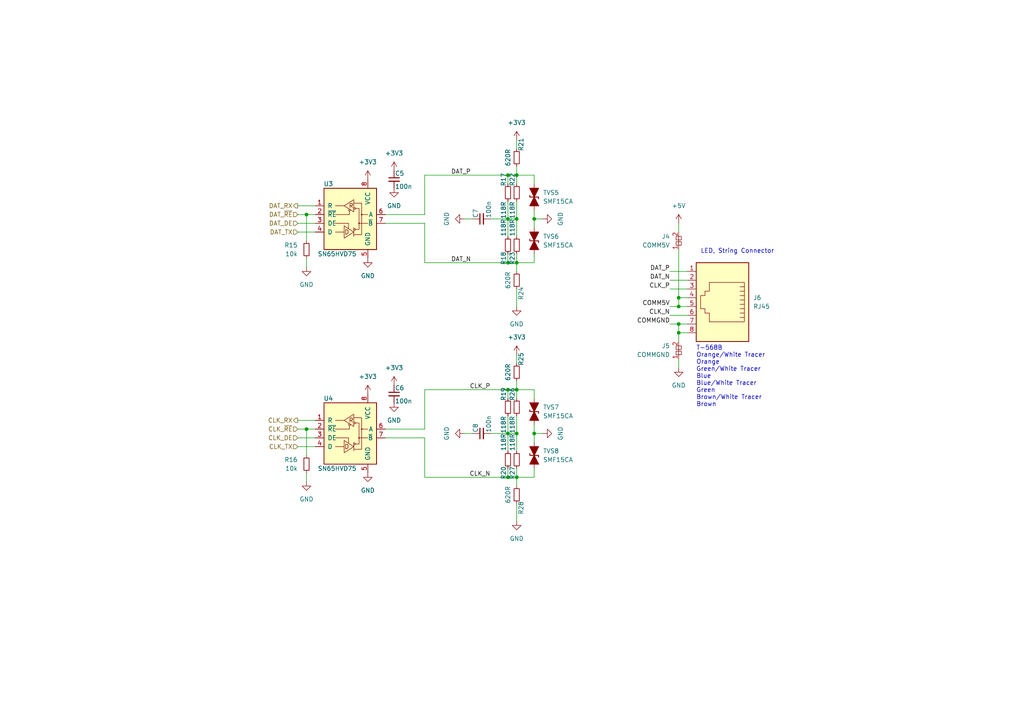
<source format=kicad_sch>
(kicad_sch (version 20210621) (generator eeschema)
  (paper "A4")
  (lib_symbols
    (symbol "Connector:RJ45" (pin_names (offset 1.016))
      (property "Reference" "J" (at -5.08 13.97 0))
      (property "Value" "RJ45" (at 2.54 13.97 0))
      (symbol "RJ45_0_1"
        (rectangle (start 7.62 12.7) (end -7.62 -10.16) (stroke (width 0.254)) (fill (type background)))
        (polyline (pts (xy -5.08 4.445) (xy -6.35 4.445)))
        (polyline (pts (xy -5.08 5.715) (xy -6.35 5.715)))
        (polyline (pts (xy -6.35 -3.175) (xy -5.08 -3.175) (xy -5.08 -3.175)))
        (polyline (pts (xy -6.35 -1.905) (xy -5.08 -1.905) (xy -5.08 -1.905)))
        (polyline (pts (xy -6.35 -0.635) (xy -5.08 -0.635) (xy -5.08 -0.635)))
        (polyline (pts (xy -6.35 0.635) (xy -5.08 0.635) (xy -5.08 0.635)))
        (polyline (pts (xy -6.35 1.905) (xy -5.08 1.905) (xy -5.08 1.905)))
        (polyline (pts (xy -5.08 3.175) (xy -6.35 3.175) (xy -6.35 3.175)))
        (polyline (pts (xy -6.35 -4.445) (xy -6.35 6.985) (xy 3.81 6.985) (xy 3.81 4.445) (xy 5.08 4.445) (xy 5.08 3.175) (xy 6.35 3.175) (xy 6.35 -0.635) (xy 5.08 -0.635) (xy 5.08 -1.905) (xy 3.81 -1.905) (xy 3.81 -4.445) (xy -6.35 -4.445) (xy -6.35 -4.445)))
      )
      (symbol "RJ45_1_1"
        (pin passive line (at 10.16 -7.62 180) (length 2.54) (name "~") (number "1"))
        (pin passive line (at 10.16 -5.08 180) (length 2.54) (name "~") (number "2"))
        (pin passive line (at 10.16 -2.54 180) (length 2.54) (name "~") (number "3"))
        (pin passive line (at 10.16 0 180) (length 2.54) (name "~") (number "4"))
        (pin passive line (at 10.16 2.54 180) (length 2.54) (name "~") (number "5"))
        (pin passive line (at 10.16 5.08 180) (length 2.54) (name "~") (number "6"))
        (pin passive line (at 10.16 7.62 180) (length 2.54) (name "~") (number "7"))
        (pin passive line (at 10.16 10.16 180) (length 2.54) (name "~") (number "8"))
      )
    )
    (symbol "Device:D_TVS_Filled" (pin_numbers hide) (pin_names (offset 1.016) hide)
      (property "Reference" "D" (at 0 2.54 0))
      (property "Value" "D_TVS_Filled" (at 0 -2.54 0))
      (symbol "D_TVS_Filled_0_1"
        (polyline (pts (xy 1.27 0) (xy -1.27 0)))
        (polyline (pts (xy 0.508 1.27) (xy 0 1.27) (xy 0 -1.27) (xy -0.508 -1.27)) (stroke (width 0.254)))
        (polyline (pts (xy -2.54 -1.27) (xy 0 0) (xy -2.54 1.27) (xy -2.54 -1.27)) (stroke (width 0.254)) (fill (type outline)))
        (polyline (pts (xy 2.54 1.27) (xy 2.54 -1.27) (xy 0 0) (xy 2.54 1.27)) (stroke (width 0.254)) (fill (type outline)))
      )
      (symbol "D_TVS_Filled_1_1"
        (pin passive line (at -3.81 0 0) (length 2.54) (name "A1") (number "1"))
        (pin passive line (at 3.81 0 180) (length 2.54) (name "A2") (number "2"))
      )
    )
    (symbol "SN65HVD75_1" (pin_names (offset 1.016))
      (property "Reference" "U" (at -6.35 -8.89 0))
      (property "Value" "SN65HVD75_1" (at -2.54 11.43 0))
      (symbol "SN65HVD75_1_1_1"
        (circle (center -0.254 3.81) (radius 0.254) (stroke (width 0.15)))
        (circle (center 1.27 -1.778) (radius 0.254) (stroke (width 0.15)))
        (circle (center 1.27 4.318) (radius 0.254) (stroke (width 0.15)))
        (circle (center 2.54 0) (radius 0.1524) (stroke (width 0.15)))
        (circle (center 3.302 2.54) (radius 0.1524) (stroke (width 0.15)))
        (text "D" (at -1.016 -2.54 0) (effects (font (size 1.27 1.27))))
        (text "R" (at 0.254 5.08 0) (effects (font (size 1.27 1.27))))
        (rectangle (start -7.62 10.16) (end 7.62 -7.62) (stroke (width 0.254)) (fill (type background)))
        (polyline (pts (xy 1.016 -1.27) (xy 1.016 -3.81)) (stroke (width 0.15)))
        (polyline (pts (xy 1.016 -3.302) (xy 3.302 -3.302) (xy 3.302 2.54)) (stroke (width 0.15)))
        (polyline (pts (xy 1.524 -1.778) (xy 2.54 -1.778) (xy 2.54 0)) (stroke (width 0.15)))
        (polyline (pts (xy -4.318 -2.54) (xy -3.048 -2.54) (xy -2.54 -2.54) (xy -1.778 -2.54)) (stroke (width 0.1524)))
        (polyline (pts (xy -4.318 2.54) (xy -3.048 2.54) (xy -0.254 2.54) (xy -0.254 3.556)) (stroke (width 0.1524)))
        (polyline (pts (xy -4.318 5.08) (xy -3.048 5.08) (xy -2.54 5.08) (xy -1.778 5.08)) (stroke (width 0.1524)))
        (polyline (pts (xy -1.778 -0.762) (xy 1.016 -2.54) (xy -1.778 -4.318) (xy -1.778 -0.762)) (stroke (width 0.15)))
        (polyline (pts (xy 1.016 6.858) (xy -1.778 5.08) (xy 1.016 3.302) (xy 1.016 6.858)) (stroke (width 0.15)))
        (polyline (pts (xy 5.08 0) (xy 2.54 0) (xy 2.54 4.318) (xy 1.524 4.318)) (stroke (width 0.15)))
        (polyline (pts (xy 5.08 2.54) (xy 3.302 2.54) (xy 3.302 5.842) (xy 1.016 5.842)) (stroke (width 0.15)))
        (polyline (pts (xy -4.318 0) (xy -3.048 0) (xy -2.54 0) (xy -0.508 0) (xy -0.508 -1.524)) (stroke (width 0.1524)))
        (pin output line (at -10.16 5.08 0) (length 2.54) (name "R") (number "1"))
        (pin input line (at -10.16 2.54 0) (length 2.54) (name "~{RE}") (number "2"))
        (pin input line (at -10.16 0 0) (length 2.54) (name "DE") (number "3"))
        (pin input line (at -10.16 -2.54 0) (length 2.54) (name "D") (number "4"))
        (pin power_in line (at 5.08 -10.16 90) (length 2.54) (name "GND") (number "5"))
        (pin input line (at 10.16 2.54 180) (length 2.54) (name "A") (number "6"))
        (pin input line (at 10.16 0 180) (length 2.54) (name "~{B}") (number "7"))
        (pin power_in line (at 5.08 12.7 270) (length 2.54) (name "VCC") (number "8"))
      )
    )
    (symbol "pkl_device:pkl_C_Small" (pin_numbers hide) (pin_names (offset 0.254) hide)
      (property "Reference" "C" (at 0.254 1.778 0))
      (property "Value" "pkl_C_Small" (at 0.254 -2.032 0))
      (symbol "pkl_C_Small_0_1"
        (polyline (pts (xy -1.524 -0.508) (xy 1.524 -0.508)) (stroke (width 0.3302)))
        (polyline (pts (xy -1.524 0.508) (xy 1.524 0.508)) (stroke (width 0.3048)))
      )
      (symbol "pkl_C_Small_1_1"
        (pin passive line (at 0 2.54 270) (length 1.905) (name "~") (number "1"))
        (pin passive line (at 0 -2.54 90) (length 2.032) (name "~") (number "2"))
      )
    )
    (symbol "pkl_device:pkl_R_Small" (pin_numbers hide) (pin_names (offset 0.254) hide)
      (property "Reference" "R" (at 0.762 0.508 0))
      (property "Value" "pkl_R_Small" (at 0.762 -1.016 0))
      (symbol "pkl_R_Small_0_1"
        (rectangle (start -0.762 1.778) (end 0.762 -1.778) (stroke (width 0.2032)))
      )
      (symbol "pkl_R_Small_1_1"
        (pin passive line (at 0 2.54 270) (length 0.762) (name "~") (number "1"))
        (pin passive line (at 0 -2.54 90) (length 0.762) (name "~") (number "2"))
      )
    )
    (symbol "pkl_misc:pkl_jumper_nc" (pin_names (offset 1.016))
      (property "Reference" "J" (at 0 -2.54 0))
      (property "Value" "pkl_jumper_nc" (at 0 3.81 0))
      (symbol "pkl_jumper_nc_0_1"
        (polyline (pts (xy -1.27 0) (xy 1.27 0)))
      )
      (symbol "pkl_jumper_nc_1_1"
        (rectangle (start -1.27 0.762) (end -0.254 -0.762))
        (rectangle (start 0.254 0.762) (end 1.27 -0.762))
        (pin passive line (at -2.54 0 0) (length 1.27) (name "~") (number "1"))
        (pin passive line (at 2.54 0 180) (length 1.27) (name "~") (number "2"))
      )
    )
    (symbol "pkl_texas:SN65HVD75" (pin_names (offset 1.016))
      (property "Reference" "U" (at -6.35 -8.89 0))
      (property "Value" "SN65HVD75" (at -2.54 11.43 0))
      (symbol "SN65HVD75_1_1"
        (circle (center -0.254 3.81) (radius 0.254) (stroke (width 0.15)))
        (circle (center 1.27 -1.778) (radius 0.254) (stroke (width 0.15)))
        (circle (center 1.27 4.318) (radius 0.254) (stroke (width 0.15)))
        (circle (center 2.54 0) (radius 0.1524) (stroke (width 0.15)))
        (circle (center 3.302 2.54) (radius 0.1524) (stroke (width 0.15)))
        (text "D" (at -1.016 -2.54 0) (effects (font (size 1.27 1.27))))
        (text "R" (at 0.254 5.08 0) (effects (font (size 1.27 1.27))))
        (rectangle (start -7.62 10.16) (end 7.62 -7.62) (stroke (width 0.254)) (fill (type background)))
        (polyline (pts (xy 1.016 -1.27) (xy 1.016 -3.81)) (stroke (width 0.15)))
        (polyline (pts (xy 1.016 -3.302) (xy 3.302 -3.302) (xy 3.302 2.54)) (stroke (width 0.15)))
        (polyline (pts (xy 1.524 -1.778) (xy 2.54 -1.778) (xy 2.54 0)) (stroke (width 0.15)))
        (polyline (pts (xy -4.318 -2.54) (xy -3.048 -2.54) (xy -2.54 -2.54) (xy -1.778 -2.54)) (stroke (width 0.1524)))
        (polyline (pts (xy -4.318 2.54) (xy -3.048 2.54) (xy -0.254 2.54) (xy -0.254 3.556)) (stroke (width 0.1524)))
        (polyline (pts (xy -4.318 5.08) (xy -3.048 5.08) (xy -2.54 5.08) (xy -1.778 5.08)) (stroke (width 0.1524)))
        (polyline (pts (xy -1.778 -0.762) (xy 1.016 -2.54) (xy -1.778 -4.318) (xy -1.778 -0.762)) (stroke (width 0.15)))
        (polyline (pts (xy 1.016 6.858) (xy -1.778 5.08) (xy 1.016 3.302) (xy 1.016 6.858)) (stroke (width 0.15)))
        (polyline (pts (xy 5.08 0) (xy 2.54 0) (xy 2.54 4.318) (xy 1.524 4.318)) (stroke (width 0.15)))
        (polyline (pts (xy 5.08 2.54) (xy 3.302 2.54) (xy 3.302 5.842) (xy 1.016 5.842)) (stroke (width 0.15)))
        (polyline (pts (xy -4.318 0) (xy -3.048 0) (xy -2.54 0) (xy -0.508 0) (xy -0.508 -1.524)) (stroke (width 0.1524)))
        (pin output line (at -10.16 5.08 0) (length 2.54) (name "R") (number "1"))
        (pin input line (at -10.16 2.54 0) (length 2.54) (name "~{RE}") (number "2"))
        (pin input line (at -10.16 0 0) (length 2.54) (name "DE") (number "3"))
        (pin input line (at -10.16 -2.54 0) (length 2.54) (name "D") (number "4"))
        (pin power_in line (at 5.08 -10.16 90) (length 2.54) (name "GND") (number "5"))
        (pin input line (at 10.16 2.54 180) (length 2.54) (name "A") (number "6"))
        (pin input line (at 10.16 0 180) (length 2.54) (name "~{B}") (number "7"))
        (pin power_in line (at 5.08 12.7 270) (length 2.54) (name "VCC") (number "8"))
      )
    )
    (symbol "power:+3V3" (power) (pin_names (offset 0))
      (property "Value" "+3V3" (at 0 3.556 0))
      (symbol "+3V3_0_1"
        (polyline (pts (xy -0.762 1.27) (xy 0 2.54)))
        (polyline (pts (xy 0 0) (xy 0 2.54)))
        (polyline (pts (xy 0 2.54) (xy 0.762 1.27)))
      )
      (symbol "+3V3_1_1"
        (pin power_in line (at 0 0 90) (length 0) hide (name "+3V3") (number "1"))
      )
    )
    (symbol "power:+5V" (power) (pin_names (offset 0))
      (property "Value" "+5V" (at 0 3.556 0))
      (symbol "+5V_0_1"
        (polyline (pts (xy -0.762 1.27) (xy 0 2.54)))
        (polyline (pts (xy 0 0) (xy 0 2.54)))
        (polyline (pts (xy 0 2.54) (xy 0.762 1.27)))
      )
      (symbol "+5V_1_1"
        (pin power_in line (at 0 0 90) (length 0) hide (name "+5V") (number "1"))
      )
    )
    (symbol "power:GND" (power) (pin_names (offset 0))
      (property "Value" "GND" (at 0 -3.81 0))
      (symbol "GND_0_1"
        (polyline (pts (xy 0 0) (xy 0 -1.27) (xy 1.27 -1.27) (xy 0 -2.54) (xy -1.27 -1.27) (xy 0 -1.27)))
      )
      (symbol "GND_1_1"
        (pin power_in line (at 0 0 270) (length 0) hide (name "GND") (number "1"))
      )
    )
  )
  (junction (at 88.9 62.23))
  (junction (at 88.9 124.46))
  (junction (at 147.32 50.8))
  (junction (at 147.32 63.5))
  (junction (at 147.32 76.2))
  (junction (at 147.32 113.03))
  (junction (at 147.32 125.73))
  (junction (at 147.32 138.43))
  (junction (at 149.86 50.8))
  (junction (at 149.86 63.5))
  (junction (at 149.86 76.2))
  (junction (at 149.86 113.03))
  (junction (at 149.86 125.73))
  (junction (at 149.86 138.43))
  (junction (at 154.94 63.5))
  (junction (at 154.94 125.73))
  (junction (at 196.85 86.36))
  (junction (at 196.85 88.9))
  (junction (at 196.85 93.98))
  (junction (at 196.85 96.52))
  (wire (pts (xy 86.36 59.69) (xy 91.44 59.69)))
  (wire (pts (xy 86.36 62.23) (xy 88.9 62.23)))
  (wire (pts (xy 86.36 64.77) (xy 91.44 64.77)))
  (wire (pts (xy 86.36 67.31) (xy 91.44 67.31)))
  (wire (pts (xy 86.36 121.92) (xy 91.44 121.92)))
  (wire (pts (xy 86.36 124.46) (xy 88.9 124.46)))
  (wire (pts (xy 86.36 127) (xy 91.44 127)))
  (wire (pts (xy 86.36 129.54) (xy 91.44 129.54)))
  (wire (pts (xy 88.9 62.23) (xy 88.9 69.85)))
  (wire (pts (xy 88.9 62.23) (xy 91.44 62.23)))
  (wire (pts (xy 88.9 74.93) (xy 88.9 77.47)))
  (wire (pts (xy 88.9 124.46) (xy 88.9 132.08)))
  (wire (pts (xy 88.9 124.46) (xy 91.44 124.46)))
  (wire (pts (xy 88.9 137.16) (xy 88.9 139.7)))
  (wire (pts (xy 111.76 62.23) (xy 123.19 62.23)))
  (wire (pts (xy 111.76 64.77) (xy 123.19 64.77)))
  (wire (pts (xy 111.76 124.46) (xy 123.19 124.46)))
  (wire (pts (xy 111.76 127) (xy 123.19 127)))
  (wire (pts (xy 123.19 50.8) (xy 147.32 50.8)))
  (wire (pts (xy 123.19 62.23) (xy 123.19 50.8)))
  (wire (pts (xy 123.19 64.77) (xy 123.19 76.2)))
  (wire (pts (xy 123.19 76.2) (xy 147.32 76.2)))
  (wire (pts (xy 123.19 113.03) (xy 147.32 113.03)))
  (wire (pts (xy 123.19 124.46) (xy 123.19 113.03)))
  (wire (pts (xy 123.19 127) (xy 123.19 138.43)))
  (wire (pts (xy 123.19 138.43) (xy 147.32 138.43)))
  (wire (pts (xy 137.16 63.5) (xy 134.62 63.5)))
  (wire (pts (xy 137.16 125.73) (xy 134.62 125.73)))
  (wire (pts (xy 142.24 63.5) (xy 147.32 63.5)))
  (wire (pts (xy 142.24 125.73) (xy 147.32 125.73)))
  (wire (pts (xy 147.32 53.34) (xy 147.32 50.8)))
  (wire (pts (xy 147.32 58.42) (xy 147.32 63.5)))
  (wire (pts (xy 147.32 63.5) (xy 147.32 68.58)))
  (wire (pts (xy 147.32 63.5) (xy 149.86 63.5)))
  (wire (pts (xy 147.32 73.66) (xy 147.32 76.2)))
  (wire (pts (xy 147.32 115.57) (xy 147.32 113.03)))
  (wire (pts (xy 147.32 120.65) (xy 147.32 125.73)))
  (wire (pts (xy 147.32 125.73) (xy 147.32 130.81)))
  (wire (pts (xy 147.32 125.73) (xy 149.86 125.73)))
  (wire (pts (xy 147.32 135.89) (xy 147.32 138.43)))
  (wire (pts (xy 149.86 40.64) (xy 149.86 43.18)))
  (wire (pts (xy 149.86 48.26) (xy 149.86 50.8)))
  (wire (pts (xy 149.86 50.8) (xy 147.32 50.8)))
  (wire (pts (xy 149.86 53.34) (xy 149.86 50.8)))
  (wire (pts (xy 149.86 58.42) (xy 149.86 63.5)))
  (wire (pts (xy 149.86 63.5) (xy 149.86 68.58)))
  (wire (pts (xy 149.86 73.66) (xy 149.86 76.2)))
  (wire (pts (xy 149.86 76.2) (xy 147.32 76.2)))
  (wire (pts (xy 149.86 76.2) (xy 149.86 78.74)))
  (wire (pts (xy 149.86 83.82) (xy 149.86 88.9)))
  (wire (pts (xy 149.86 102.87) (xy 149.86 105.41)))
  (wire (pts (xy 149.86 110.49) (xy 149.86 113.03)))
  (wire (pts (xy 149.86 113.03) (xy 147.32 113.03)))
  (wire (pts (xy 149.86 115.57) (xy 149.86 113.03)))
  (wire (pts (xy 149.86 120.65) (xy 149.86 125.73)))
  (wire (pts (xy 149.86 125.73) (xy 149.86 130.81)))
  (wire (pts (xy 149.86 135.89) (xy 149.86 138.43)))
  (wire (pts (xy 149.86 138.43) (xy 147.32 138.43)))
  (wire (pts (xy 149.86 138.43) (xy 149.86 140.97)))
  (wire (pts (xy 149.86 146.05) (xy 149.86 151.13)))
  (wire (pts (xy 154.94 50.8) (xy 149.86 50.8)))
  (wire (pts (xy 154.94 53.34) (xy 154.94 50.8)))
  (wire (pts (xy 154.94 60.96) (xy 154.94 63.5)))
  (wire (pts (xy 154.94 63.5) (xy 154.94 66.04)))
  (wire (pts (xy 154.94 63.5) (xy 157.48 63.5)))
  (wire (pts (xy 154.94 73.66) (xy 154.94 76.2)))
  (wire (pts (xy 154.94 76.2) (xy 149.86 76.2)))
  (wire (pts (xy 154.94 113.03) (xy 149.86 113.03)))
  (wire (pts (xy 154.94 115.57) (xy 154.94 113.03)))
  (wire (pts (xy 154.94 123.19) (xy 154.94 125.73)))
  (wire (pts (xy 154.94 125.73) (xy 154.94 128.27)))
  (wire (pts (xy 154.94 125.73) (xy 157.48 125.73)))
  (wire (pts (xy 154.94 135.89) (xy 154.94 138.43)))
  (wire (pts (xy 154.94 138.43) (xy 149.86 138.43)))
  (wire (pts (xy 194.31 78.74) (xy 199.39 78.74)))
  (wire (pts (xy 194.31 81.28) (xy 199.39 81.28)))
  (wire (pts (xy 194.31 83.82) (xy 199.39 83.82)))
  (wire (pts (xy 194.31 88.9) (xy 196.85 88.9)))
  (wire (pts (xy 194.31 91.44) (xy 199.39 91.44)))
  (wire (pts (xy 194.31 93.98) (xy 196.85 93.98)))
  (wire (pts (xy 196.85 64.77) (xy 196.85 67.31)))
  (wire (pts (xy 196.85 72.39) (xy 196.85 86.36)))
  (wire (pts (xy 196.85 86.36) (xy 199.39 86.36)))
  (wire (pts (xy 196.85 88.9) (xy 196.85 86.36)))
  (wire (pts (xy 196.85 88.9) (xy 199.39 88.9)))
  (wire (pts (xy 196.85 93.98) (xy 196.85 96.52)))
  (wire (pts (xy 196.85 93.98) (xy 199.39 93.98)))
  (wire (pts (xy 196.85 96.52) (xy 196.85 99.06)))
  (wire (pts (xy 196.85 96.52) (xy 199.39 96.52)))
  (wire (pts (xy 196.85 104.14) (xy 196.85 106.68)))
  (text "T-568B\nOrange/White Tracer\nOrange\nGreen/White Tracer\nBlue\nBlue/White Tracer\nGreen\nBrown/White Tracer\nBrown" (at 201.93 118.11 0) (effects (font (size 1.27 1.27)) (justify left bottom)))
  (text "LED, String Connector" (at 203.2 73.66 0) (effects (font (size 1.27 1.27)) (justify left bottom)))
  (label "DAT_P" (at 130.81 50.8 0))
  (label "DAT_N" (at 130.81 76.2 0))
  (label "CLK_P" (at 142.24 113.03 180))
  (label "CLK_N" (at 142.24 138.43 180))
  (label "DAT_P" (at 194.31 78.74 180))
  (label "DAT_N" (at 194.31 81.28 180))
  (label "CLK_P" (at 194.31 83.82 180))
  (label "COMM5V" (at 194.31 88.9 180))
  (label "CLK_N" (at 194.31 91.44 180))
  (label "COMMGND" (at 194.31 93.98 180))
  (hierarchical_label "DAT_RX" (shape output) (at 86.36 59.69 180))
  (hierarchical_label "DAT_~{RE}" (shape input) (at 86.36 62.23 180))
  (hierarchical_label "DAT_DE" (shape input) (at 86.36 64.77 180))
  (hierarchical_label "DAT_TX" (shape input) (at 86.36 67.31 180))
  (hierarchical_label "CLK_RX" (shape output) (at 86.36 121.92 180))
  (hierarchical_label "CLK_~{RE}" (shape input) (at 86.36 124.46 180))
  (hierarchical_label "CLK_DE" (shape input) (at 86.36 127 180))
  (hierarchical_label "CLK_TX" (shape input) (at 86.36 129.54 180))
  (symbol (lib_id "power:+3V3") (at 106.68 52.07 0)
    (property "Reference" "#PWR0136" (effects hide))
    (property "Value" "+3V3" (at 106.68 46.99 0))
  )
  (symbol (lib_id "power:+3V3") (at 106.68 114.3 0)
    (property "Reference" "#PWR0130" (effects hide))
    (property "Value" "+3V3" (at 106.68 109.22 0))
  )
  (symbol (lib_id "power:+3V3") (at 114.3 49.53 0)
    (property "Reference" "#PWR0138" (effects hide))
    (property "Value" "+3V3" (at 114.3 44.45 0))
  )
  (symbol (lib_id "power:+3V3") (at 114.3 111.76 0)
    (property "Reference" "#PWR0131" (effects hide))
    (property "Value" "+3V3" (at 114.3 106.68 0))
  )
  (symbol (lib_id "power:+3V3") (at 149.86 40.64 0)
    (property "Reference" "#PWR0143" (effects hide))
    (property "Value" "+3V3" (at 149.86 35.56 0))
  )
  (symbol (lib_id "power:+3V3") (at 149.86 102.87 0)
    (property "Reference" "#PWR0135" (effects hide))
    (property "Value" "+3V3" (at 149.86 97.79 0))
  )
  (symbol (lib_id "power:+5V") (at 196.85 64.77 0)
    (property "Reference" "#PWR0146" (effects hide))
    (property "Value" "+5V" (at 196.85 59.69 0))
  )
  (symbol (lib_id "power:GND") (at 88.9 77.47 0)
    (property "Reference" "#PWR0133" (effects hide))
    (property "Value" "GND" (at 88.9 82.55 0))
  )
  (symbol (lib_id "power:GND") (at 88.9 139.7 0)
    (property "Reference" "#PWR0128" (effects hide))
    (property "Value" "GND" (at 88.9 144.78 0))
  )
  (symbol (lib_id "power:GND") (at 106.68 74.93 0)
    (property "Reference" "#PWR0132" (effects hide))
    (property "Value" "GND" (at 106.68 80.01 0))
  )
  (symbol (lib_id "power:GND") (at 106.68 137.16 0)
    (property "Reference" "#PWR0127" (effects hide))
    (property "Value" "GND" (at 106.68 142.24 0))
  )
  (symbol (lib_id "power:GND") (at 114.3 54.61 0)
    (property "Reference" "#PWR0137" (effects hide))
    (property "Value" "GND" (at 114.3 59.69 0))
  )
  (symbol (lib_id "power:GND") (at 114.3 116.84 0)
    (property "Reference" "#PWR0129" (effects hide))
    (property "Value" "GND" (at 114.3 121.92 0))
  )
  (symbol (lib_id "power:GND") (at 134.62 63.5 270)
    (property "Reference" "#PWR0144" (effects hide))
    (property "Value" "GND" (at 129.54 63.5 0))
  )
  (symbol (lib_id "power:GND") (at 134.62 125.73 270)
    (property "Reference" "#PWR0141" (effects hide))
    (property "Value" "GND" (at 129.54 125.73 0))
  )
  (symbol (lib_id "power:GND") (at 149.86 88.9 0)
    (property "Reference" "#PWR0134" (effects hide))
    (property "Value" "GND" (at 149.86 93.98 0))
  )
  (symbol (lib_id "power:GND") (at 149.86 151.13 0)
    (property "Reference" "#PWR0139" (effects hide))
    (property "Value" "GND" (at 149.86 156.21 0))
  )
  (symbol (lib_id "power:GND") (at 157.48 63.5 90)
    (property "Reference" "#PWR0142" (effects hide))
    (property "Value" "GND" (at 162.56 63.5 0))
  )
  (symbol (lib_id "power:GND") (at 157.48 125.73 90)
    (property "Reference" "#PWR0140" (effects hide))
    (property "Value" "GND" (at 162.56 125.73 0))
  )
  (symbol (lib_id "power:GND") (at 196.85 106.68 0)
    (property "Reference" "#PWR0145" (effects hide))
    (property "Value" "GND" (at 196.85 111.76 0))
  )
  (symbol (lib_id "pkl_misc:pkl_jumper_nc") (at 196.85 69.85 90)
    (property "Reference" "J4" (at 194.31 68.5799 90) (effects (justify left)))
    (property "Value" "COMM5V" (at 194.31 71.1199 90) (effects (justify left)))
    (property "Footprint" "pkl_jumpers:J_NC_0603_40" (effects hide))
  )
  (symbol (lib_id "pkl_misc:pkl_jumper_nc") (at 196.85 101.6 90)
    (property "Reference" "J5" (at 194.31 100.3299 90) (effects (justify left)))
    (property "Value" "COMMGND" (at 194.31 102.8699 90) (effects (justify left)))
    (property "Footprint" "pkl_jumpers:J_NC_0603_40" (effects hide))
  )
  (symbol (lib_id "pkl_device:pkl_R_Small") (at 88.9 72.39 0)
    (property "Reference" "R15" (at 86.36 71.1199 0) (effects (justify right)))
    (property "Value" "10k" (at 86.36 73.6599 0) (effects (justify right)))
    (property "Footprint" "pkl_dipol:R_0402" (effects hide))
  )
  (symbol (lib_id "pkl_device:pkl_R_Small") (at 88.9 134.62 0)
    (property "Reference" "R16" (at 86.36 133.3499 0) (effects (justify right)))
    (property "Value" "10k" (at 86.36 135.8899 0) (effects (justify right)))
    (property "Footprint" "pkl_dipol:R_0402" (effects hide))
  )
  (symbol (lib_id "pkl_device:pkl_R_Small") (at 147.32 55.88 0)
    (property "Reference" "R17" (at 146.05 52.07 90))
    (property "Value" "118R" (at 146.05 60.96 90))
    (property "Footprint" "pkl_dipol:R_0402" (effects hide))
  )
  (symbol (lib_id "pkl_device:pkl_R_Small") (at 147.32 71.12 0) (mirror x)
    (property "Reference" "R18" (at 146.05 74.93 90))
    (property "Value" "118R" (at 146.05 66.04 90))
    (property "Footprint" "pkl_dipol:R_0402" (effects hide))
  )
  (symbol (lib_id "pkl_device:pkl_R_Small") (at 147.32 118.11 0)
    (property "Reference" "R19" (at 146.05 114.3 90))
    (property "Value" "118R" (at 146.05 123.19 90))
    (property "Footprint" "pkl_dipol:R_0402" (effects hide))
  )
  (symbol (lib_id "pkl_device:pkl_R_Small") (at 147.32 133.35 0) (mirror x)
    (property "Reference" "R20" (at 146.05 137.16 90))
    (property "Value" "118R" (at 146.05 128.27 90))
    (property "Footprint" "pkl_dipol:R_0402" (effects hide))
  )
  (symbol (lib_id "pkl_device:pkl_R_Small") (at 149.86 45.72 0)
    (property "Reference" "R21" (at 151.13 41.91 90))
    (property "Value" "620R" (at 147.32 45.72 90))
    (property "Footprint" "pkl_dipol:R_0402" (effects hide))
  )
  (symbol (lib_id "pkl_device:pkl_R_Small") (at 149.86 55.88 0)
    (property "Reference" "R22" (at 148.59 52.07 90))
    (property "Value" "118R" (at 148.59 60.96 90))
    (property "Footprint" "pkl_dipol:R_0402" (effects hide))
  )
  (symbol (lib_id "pkl_device:pkl_R_Small") (at 149.86 71.12 0) (mirror x)
    (property "Reference" "R23" (at 148.59 74.93 90))
    (property "Value" "118R" (at 148.59 66.04 90))
    (property "Footprint" "pkl_dipol:R_0402" (effects hide))
  )
  (symbol (lib_id "pkl_device:pkl_R_Small") (at 149.86 81.28 0)
    (property "Reference" "R24" (at 151.13 85.09 90))
    (property "Value" "620R" (at 147.32 81.28 90))
    (property "Footprint" "pkl_dipol:R_0402" (effects hide))
  )
  (symbol (lib_id "pkl_device:pkl_R_Small") (at 149.86 107.95 0)
    (property "Reference" "R25" (at 151.13 104.14 90))
    (property "Value" "620R" (at 147.32 107.95 90))
    (property "Footprint" "pkl_dipol:R_0402" (effects hide))
  )
  (symbol (lib_id "pkl_device:pkl_R_Small") (at 149.86 118.11 0)
    (property "Reference" "R26" (at 148.59 114.3 90))
    (property "Value" "118R" (at 148.59 123.19 90))
    (property "Footprint" "pkl_dipol:R_0402" (effects hide))
  )
  (symbol (lib_id "pkl_device:pkl_R_Small") (at 149.86 133.35 0) (mirror x)
    (property "Reference" "R27" (at 148.59 137.16 90))
    (property "Value" "118R" (at 148.59 128.27 90))
    (property "Footprint" "pkl_dipol:R_0402" (effects hide))
  )
  (symbol (lib_id "pkl_device:pkl_R_Small") (at 149.86 143.51 0)
    (property "Reference" "R28" (at 151.13 147.32 90))
    (property "Value" "620R" (at 147.32 143.51 90))
    (property "Footprint" "pkl_dipol:R_0402" (effects hide))
  )
  (symbol (lib_id "pkl_device:pkl_C_Small") (at 114.3 52.07 0)
    (property "Reference" "C5" (at 114.554 50.292 0) (effects (justify left)))
    (property "Value" "100n" (at 114.554 54.102 0) (effects (justify left)))
    (property "Footprint" "pkl_dipol:C_0402" (effects hide))
    (property "Key" "cap-cer-0402-100n" (effects hide))
    (property "Package ID" "0402" (effects hide))
    (property "Source" "ANY" (effects hide))
  )
  (symbol (lib_id "pkl_device:pkl_C_Small") (at 114.3 114.3 0)
    (property "Reference" "C6" (at 114.554 112.522 0) (effects (justify left)))
    (property "Value" "100n" (at 114.554 116.332 0) (effects (justify left)))
    (property "Footprint" "pkl_dipol:C_0402" (effects hide))
    (property "Key" "cap-cer-0402-100n" (effects hide))
    (property "Package ID" "0402" (effects hide))
    (property "Source" "ANY" (effects hide))
  )
  (symbol (lib_id "pkl_device:pkl_C_Small") (at 139.7 63.5 90)
    (property "Reference" "C7" (at 137.922 63.246 0) (effects (justify left)))
    (property "Value" "100n" (at 141.732 63.246 0) (effects (justify left)))
    (property "Footprint" "pkl_dipol:C_0402" (effects hide))
    (property "Key" "cap-cer-0402-100n" (effects hide))
    (property "Package ID" "0402" (effects hide))
    (property "Source" "ANY" (effects hide))
  )
  (symbol (lib_id "pkl_device:pkl_C_Small") (at 139.7 125.73 90)
    (property "Reference" "C8" (at 137.922 125.476 0) (effects (justify left)))
    (property "Value" "100n" (at 141.732 125.476 0) (effects (justify left)))
    (property "Footprint" "pkl_dipol:C_0402" (effects hide))
    (property "Key" "cap-cer-0402-100n" (effects hide))
    (property "Package ID" "0402" (effects hide))
    (property "Source" "ANY" (effects hide))
  )
  (symbol (lib_id "Device:D_TVS_Filled") (at 154.94 57.15 90)
    (property "Reference" "TVS5" (at 157.48 55.8799 90) (effects (justify right)))
    (property "Value" "SMF15CA" (at 157.48 58.4199 90) (effects (justify right)))
    (property "Footprint" "pkl_dipol:D_SOD-123-TVS-BIDI" (effects hide))
  )
  (symbol (lib_id "Device:D_TVS_Filled") (at 154.94 69.85 90)
    (property "Reference" "TVS6" (at 157.48 68.5799 90) (effects (justify right)))
    (property "Value" "SMF15CA" (at 157.48 71.1199 90) (effects (justify right)))
    (property "Footprint" "pkl_dipol:D_SOD-123-TVS-BIDI" (effects hide))
  )
  (symbol (lib_id "Device:D_TVS_Filled") (at 154.94 119.38 90)
    (property "Reference" "TVS7" (at 157.48 118.1099 90) (effects (justify right)))
    (property "Value" "SMF15CA" (at 157.48 120.6499 90) (effects (justify right)))
    (property "Footprint" "pkl_dipol:D_SOD-123-TVS-BIDI" (effects hide))
  )
  (symbol (lib_id "Device:D_TVS_Filled") (at 154.94 132.08 90)
    (property "Reference" "TVS8" (at 157.48 130.8099 90) (effects (justify right)))
    (property "Value" "SMF15CA" (at 157.48 133.3499 90) (effects (justify right)))
    (property "Footprint" "pkl_dipol:D_SOD-123-TVS-BIDI" (effects hide))
  )
  (symbol (lib_id "Connector:RJ45") (at 209.55 86.36 180)
    (property "Reference" "J6" (at 218.44 86.3599 0) (effects (justify right)))
    (property "Value" "RJ45" (at 218.44 88.8999 0) (effects (justify right)))
    (property "Footprint" "pkl_amphenol:AMPHENOL_RJHSE5080" (effects hide))
  )
  (symbol (lib_id "pkl_texas:SN65HVD75") (at 101.6 64.77 0)
    (property "Reference" "U3" (at 95.25 53.34 0))
    (property "Value" "SN65HVD75" (at 97.79 73.66 0))
    (property "Footprint" "pkl_housings_soic:SOIC-8_5x4mm_Pitch1.27mm" (effects hide))
  )
  (symbol (lib_name "SN65HVD75_1") (lib_id "pkl_texas:SN65HVD75") (at 101.6 127 0)
    (property "Reference" "U4" (at 95.25 115.57 0))
    (property "Value" "SN65HVD75" (at 97.79 135.89 0))
    (property "Footprint" "pkl_housings_soic:SOIC-8_5x4mm_Pitch1.27mm" (effects hide))
  )
)
</source>
